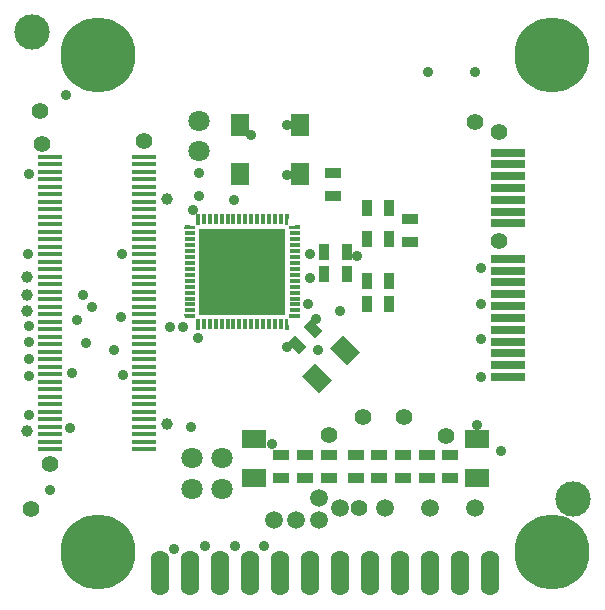
<source format=gts>
%FSLAX46Y46*%
G04 Gerber Fmt 4.6, Leading zero omitted, Abs format (unit mm)*
G04 Created by KiCad (PCBNEW (2014-08-05 BZR 5054)-product) date Sun 24 May 2015 10:10:41 AM PDT*
%MOMM*%
G01*
G04 APERTURE LIST*
%ADD10C,0.100000*%
%ADD11R,3.000000X0.700000*%
%ADD12R,0.914400X0.304800*%
%ADD13R,0.304800X0.914400*%
%ADD14R,7.239000X7.239000*%
%ADD15R,0.889000X1.397000*%
%ADD16R,1.550000X1.950000*%
%ADD17R,2.000000X0.400000*%
%ADD18R,1.397000X0.889000*%
%ADD19C,1.501140*%
%ADD20C,6.350000*%
%ADD21R,2.032000X1.524000*%
%ADD22C,1.000000*%
%ADD23C,1.800000*%
%ADD24O,1.600000X3.800000*%
%ADD25C,3.000000*%
%ADD26C,5.000000*%
%ADD27C,1.397000*%
%ADD28C,0.889000*%
G04 APERTURE END LIST*
D10*
D11*
X42300000Y-31200000D03*
X42300000Y-30200000D03*
X42300000Y-29200000D03*
X42300000Y-28200000D03*
X42300000Y-27200000D03*
X42300000Y-26200000D03*
X42300000Y-25200000D03*
X42300000Y-24200000D03*
X42300000Y-23200000D03*
X42300000Y-22200000D03*
X42300000Y-21200000D03*
X42300000Y-18200000D03*
X42300000Y-17200000D03*
X42300000Y-16200000D03*
X42300000Y-15200000D03*
X42300000Y-14200000D03*
X42300000Y-13200000D03*
X42300000Y-12200000D03*
D10*
G36*
X14900704Y-18370445D02*
X15814616Y-18406401D01*
X15809645Y-18691158D01*
X14895035Y-18695196D01*
X14900704Y-18370445D01*
X14900704Y-18370445D01*
G37*
D12*
X15355000Y-19048800D03*
X15355000Y-19556800D03*
X15355000Y-20039400D03*
X15355000Y-20547400D03*
X15355000Y-21055400D03*
X15355000Y-21538000D03*
X15355000Y-22046000D03*
X15355000Y-22554000D03*
X15355000Y-23062000D03*
X15355000Y-23544600D03*
X15355000Y-24052600D03*
X15355000Y-24560600D03*
X15355000Y-25043200D03*
X15355000Y-25551200D03*
D10*
G36*
X14895035Y-25904804D02*
X15809645Y-25908842D01*
X15814616Y-26193599D01*
X14900704Y-26229555D01*
X14895035Y-25904804D01*
X14895035Y-25904804D01*
G37*
G36*
X16191158Y-26290355D02*
X16195196Y-27204965D01*
X15870445Y-27199296D01*
X15906401Y-26285384D01*
X16191158Y-26290355D01*
X16191158Y-26290355D01*
G37*
D13*
X16548800Y-26745000D03*
X17056800Y-26745000D03*
X17539400Y-26745000D03*
X18047400Y-26745000D03*
X18555400Y-26745000D03*
X19038000Y-26745000D03*
X19546000Y-26745000D03*
X20054000Y-26745000D03*
X20562000Y-26745000D03*
X21044600Y-26745000D03*
X21552600Y-26745000D03*
X22060600Y-26745000D03*
X22543200Y-26745000D03*
X23051200Y-26745000D03*
D10*
G36*
X23693599Y-26285384D02*
X23729555Y-27199296D01*
X23404804Y-27204965D01*
X23408842Y-26290355D01*
X23693599Y-26285384D01*
X23693599Y-26285384D01*
G37*
G36*
X23790355Y-25908842D02*
X24704965Y-25904804D01*
X24699296Y-26229555D01*
X23785384Y-26193599D01*
X23790355Y-25908842D01*
X23790355Y-25908842D01*
G37*
D12*
X24245000Y-25551200D03*
X24245000Y-25043200D03*
X24245000Y-24560600D03*
X24245000Y-24052600D03*
X24245000Y-23544600D03*
X24245000Y-23062000D03*
X24245000Y-22554000D03*
X24245000Y-22046000D03*
X24245000Y-21538000D03*
X24245000Y-21055400D03*
X24245000Y-20547400D03*
X24245000Y-20039400D03*
X24245000Y-19556800D03*
X24245000Y-19048800D03*
D10*
G36*
X23785384Y-18406401D02*
X24699296Y-18370445D01*
X24704965Y-18695196D01*
X23790355Y-18691158D01*
X23785384Y-18406401D01*
X23785384Y-18406401D01*
G37*
G36*
X23729555Y-17400704D02*
X23693599Y-18314616D01*
X23408842Y-18309645D01*
X23404804Y-17395035D01*
X23729555Y-17400704D01*
X23729555Y-17400704D01*
G37*
D13*
X23051200Y-17855000D03*
X22543200Y-17855000D03*
X22060600Y-17855000D03*
X21552600Y-17855000D03*
X21044600Y-17855000D03*
X20562000Y-17855000D03*
X20054000Y-17855000D03*
X19546000Y-17855000D03*
X19038000Y-17855000D03*
X18555400Y-17855000D03*
X18047400Y-17855000D03*
X17539400Y-17855000D03*
X17056800Y-17855000D03*
X16548800Y-17855000D03*
D10*
G36*
X16195196Y-17395035D02*
X16191158Y-18309645D01*
X15906401Y-18314616D01*
X15870445Y-17400704D01*
X16195196Y-17395035D01*
X16195196Y-17395035D01*
G37*
D14*
X19800000Y-22300000D03*
D15*
X26747500Y-20600000D03*
X28652500Y-20600000D03*
D10*
G36*
X25593914Y-26318258D02*
X26581742Y-27306086D01*
X25953124Y-27934704D01*
X24965296Y-26946876D01*
X25593914Y-26318258D01*
X25593914Y-26318258D01*
G37*
G36*
X24246876Y-27665296D02*
X25234704Y-28653124D01*
X24606086Y-29281742D01*
X23618258Y-28293914D01*
X24246876Y-27665296D01*
X24246876Y-27665296D01*
G37*
G36*
X28287828Y-27675331D02*
X29724669Y-29112172D01*
X28647038Y-30189803D01*
X27210197Y-28752962D01*
X28287828Y-27675331D01*
X28287828Y-27675331D01*
G37*
G36*
X25952962Y-30010197D02*
X27389803Y-31447038D01*
X26312172Y-32524669D01*
X24875331Y-31087828D01*
X25952962Y-30010197D01*
X25952962Y-30010197D01*
G37*
D16*
X24640000Y-9850000D03*
X19560000Y-9850000D03*
X19560000Y-14050000D03*
X24640000Y-14050000D03*
D15*
X28652500Y-22450000D03*
X26747500Y-22450000D03*
D17*
X3500000Y-12567500D03*
X11500000Y-12567500D03*
X3500000Y-13202500D03*
X11500000Y-13202500D03*
X3500000Y-13837500D03*
X11500000Y-13837500D03*
X3500000Y-14472500D03*
X11500000Y-14472500D03*
X3500000Y-15107500D03*
X11500000Y-15107500D03*
X3500000Y-15742500D03*
X11500000Y-15742500D03*
X3500000Y-16377500D03*
X11500000Y-16377500D03*
X3500000Y-17012500D03*
X11500000Y-17012500D03*
X3500000Y-17647500D03*
X11500000Y-17647500D03*
X3500000Y-18282500D03*
X11500000Y-18282500D03*
X3500000Y-18917500D03*
X11500000Y-18917500D03*
X3500000Y-19552500D03*
X11500000Y-19552500D03*
X3500000Y-20187500D03*
X11500000Y-20187500D03*
X3500000Y-20822500D03*
X11500000Y-20822500D03*
X3500000Y-21457500D03*
X11500000Y-21457500D03*
X3500000Y-22092500D03*
X11500000Y-22092500D03*
X3500000Y-22727500D03*
X11500000Y-22727500D03*
X3500000Y-23362500D03*
X11500000Y-23362500D03*
X3500000Y-23997500D03*
X11500000Y-23997500D03*
X3500000Y-24632500D03*
X11500000Y-24632500D03*
X3500000Y-25267500D03*
X11500000Y-25267500D03*
X3500000Y-25902500D03*
X11500000Y-25902500D03*
X3500000Y-26537500D03*
X11500000Y-26537500D03*
X3500000Y-27172500D03*
X11500000Y-27172500D03*
X3500000Y-27807500D03*
X11500000Y-27807500D03*
X3500000Y-28442500D03*
X11500000Y-28442500D03*
X3500000Y-29077500D03*
X11500000Y-29077500D03*
X3500000Y-29712500D03*
X11500000Y-29712500D03*
X3500000Y-30347500D03*
X11500000Y-30347500D03*
X3500000Y-30982500D03*
X11500000Y-30982500D03*
X3500000Y-31617500D03*
X11500000Y-31617500D03*
X3500000Y-32252500D03*
X11500000Y-32252500D03*
X3500000Y-32887500D03*
X11500000Y-32887500D03*
X3500000Y-33522500D03*
X11500000Y-33522500D03*
X3500000Y-34157500D03*
X11500000Y-34157500D03*
X3500000Y-34792500D03*
X11500000Y-34792500D03*
X3500000Y-35427500D03*
X11500000Y-35427500D03*
X3500000Y-36062500D03*
X11500000Y-36062500D03*
X3500000Y-36697500D03*
X11500000Y-36697500D03*
X3500000Y-37332500D03*
X11500000Y-37332500D03*
D15*
X32252500Y-25000000D03*
X30347500Y-25000000D03*
X32252500Y-23100000D03*
X30347500Y-23100000D03*
D18*
X29400000Y-39752500D03*
X29400000Y-37847500D03*
X31400000Y-39752500D03*
X31400000Y-37847500D03*
X33400000Y-39752500D03*
X33400000Y-37847500D03*
X27100000Y-39752500D03*
X27100000Y-37847500D03*
D15*
X32252500Y-16900000D03*
X30347500Y-16900000D03*
X32252500Y-19500000D03*
X30347500Y-19500000D03*
D19*
X28100000Y-42300000D03*
X35700000Y-42300000D03*
X31900000Y-42300000D03*
X39500000Y-42300000D03*
D20*
X7600000Y-46000000D03*
X7600000Y-3900000D03*
X46000000Y-3900000D03*
X46000000Y-46000000D03*
D18*
X35400000Y-39752500D03*
X35400000Y-37847500D03*
X25100000Y-39752500D03*
X25100000Y-37847500D03*
X37400000Y-39752500D03*
X37400000Y-37847500D03*
X23100000Y-39752500D03*
X23100000Y-37847500D03*
D21*
X39700000Y-39751000D03*
X39700000Y-36449000D03*
X20800000Y-39751000D03*
X20800000Y-36449000D03*
D18*
X34000000Y-17847500D03*
X34000000Y-19752500D03*
D22*
X13400000Y-16100000D03*
D18*
X27500000Y-13947500D03*
X27500000Y-15852500D03*
D23*
X18050000Y-40650000D03*
X15510000Y-40650000D03*
X15550000Y-38100000D03*
X18090000Y-38100000D03*
X16150000Y-12100000D03*
X16150000Y-9560000D03*
D22*
X13400000Y-35150000D03*
X1550000Y-22700000D03*
X1550000Y-24300000D03*
X1550000Y-25650000D03*
X1550000Y-35800000D03*
D24*
X25500000Y-47800000D03*
X22960000Y-47800000D03*
X20420000Y-47800000D03*
X17880000Y-47800000D03*
X15340000Y-47800000D03*
X12800000Y-47800000D03*
D19*
X22450000Y-43300000D03*
X24350000Y-43300000D03*
X26250000Y-43300000D03*
D24*
X40740000Y-47800000D03*
X38200000Y-47800000D03*
X35660000Y-47800000D03*
X33120000Y-47800000D03*
X30580000Y-47800000D03*
X28040000Y-47800000D03*
D25*
X47800000Y-41500000D03*
X2000000Y-2000000D03*
D19*
X26250000Y-41450000D03*
D26*
X19800000Y-22300000D03*
D27*
X30000000Y-34600000D03*
D28*
X25350000Y-25050000D03*
X25500000Y-22850000D03*
D27*
X33500000Y-34600000D03*
D28*
X25500000Y-20750000D03*
D27*
X37000000Y-36200000D03*
D28*
X19100000Y-16200000D03*
X23550000Y-14100000D03*
X4900000Y-7300000D03*
D27*
X39500000Y-9600000D03*
X27100000Y-36100000D03*
D28*
X16100000Y-15852500D03*
X15600000Y-17100000D03*
X14800000Y-27000000D03*
X5800000Y-26400000D03*
X1700000Y-28200000D03*
X6300000Y-24250000D03*
X1700000Y-34450000D03*
X35500000Y-5400000D03*
X41700000Y-37500000D03*
X39500000Y-5400000D03*
X1700000Y-14000000D03*
X1675000Y-20825000D03*
X1700000Y-31100000D03*
X39700000Y-35300000D03*
X22300000Y-36900000D03*
X40000000Y-22000000D03*
X40000000Y-25000000D03*
X40000000Y-28000000D03*
X40000000Y-31200000D03*
X29500000Y-21000000D03*
X16900000Y-19400000D03*
X19100000Y-19400000D03*
X21400000Y-19400000D03*
X22900000Y-19400000D03*
X16900000Y-25200000D03*
X19100000Y-25200000D03*
X21400000Y-25200000D03*
X22900000Y-25200000D03*
X22900000Y-23500000D03*
X22900000Y-21300000D03*
X16900000Y-21300000D03*
X16900000Y-23500000D03*
X26200000Y-28900000D03*
X28050000Y-25650000D03*
X23550000Y-9900000D03*
X9600000Y-20800000D03*
X9700000Y-31000000D03*
X9500000Y-26100000D03*
X14000000Y-45800000D03*
D27*
X41500000Y-10500000D03*
X29700000Y-42300000D03*
D28*
X16150000Y-13950000D03*
X20550000Y-10700000D03*
X26000000Y-26300000D03*
X23600000Y-28700000D03*
D27*
X3500000Y-38600000D03*
D28*
X16600000Y-45500000D03*
X19150000Y-45500000D03*
X21650000Y-45500000D03*
X7100000Y-25300000D03*
X8900000Y-28900000D03*
X15450000Y-35450000D03*
X5200000Y-35500000D03*
X13700000Y-27000000D03*
D27*
X1900000Y-42400000D03*
X2650000Y-8700000D03*
X41550000Y-19700000D03*
D28*
X16050000Y-27900000D03*
D27*
X2800000Y-11500000D03*
X11500000Y-11200000D03*
D28*
X1700000Y-26900000D03*
X6600000Y-28300000D03*
X1700000Y-29700000D03*
X5400000Y-30900000D03*
X3500000Y-40750000D03*
M02*

</source>
